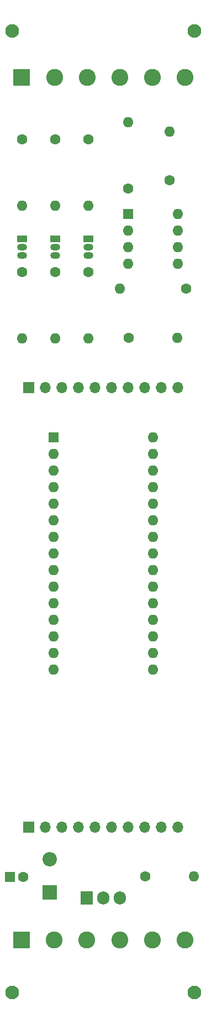
<source format=gts>
%TF.GenerationSoftware,KiCad,Pcbnew,(6.0.5-0)*%
%TF.CreationDate,2022-07-10T18:26:10-04:00*%
%TF.ProjectId,OBS,4f42532e-6b69-4636-9164-5f7063625858,rev?*%
%TF.SameCoordinates,Original*%
%TF.FileFunction,Soldermask,Top*%
%TF.FilePolarity,Negative*%
%FSLAX46Y46*%
G04 Gerber Fmt 4.6, Leading zero omitted, Abs format (unit mm)*
G04 Created by KiCad (PCBNEW (6.0.5-0)) date 2022-07-10 18:26:10*
%MOMM*%
%LPD*%
G01*
G04 APERTURE LIST*
%ADD10C,1.600000*%
%ADD11O,1.600000X1.600000*%
%ADD12R,1.500000X1.050000*%
%ADD13O,1.500000X1.050000*%
%ADD14C,2.100000*%
%ADD15R,2.200000X2.200000*%
%ADD16O,2.200000X2.200000*%
%ADD17R,1.700000X1.700000*%
%ADD18O,1.700000X1.700000*%
%ADD19R,1.600000X1.600000*%
%ADD20R,2.600000X2.600000*%
%ADD21C,2.600000*%
%ADD22R,1.905000X2.000000*%
%ADD23O,1.905000X2.000000*%
G04 APERTURE END LIST*
D10*
%TO.C,R5*%
X119610000Y-36890000D03*
D11*
X119610000Y-47050000D03*
%TD*%
D12*
%TO.C,Q1*%
X119610000Y-52130000D03*
D13*
X119610000Y-53400000D03*
X119610000Y-54670000D03*
%TD*%
D14*
%TO.C,REF\u002A\u002A*%
X135890000Y-167572744D03*
%TD*%
D15*
%TO.C,D5*%
X113665000Y-152182183D03*
D16*
X113665000Y-147102183D03*
%TD*%
D10*
%TO.C,R4*%
X109450000Y-36890000D03*
D11*
X109450000Y-47050000D03*
%TD*%
D17*
%TO.C,J4*%
X110490000Y-74905000D03*
D18*
X113030000Y-74905000D03*
X115570000Y-74905000D03*
X118110000Y-74905000D03*
X120650000Y-74905000D03*
X123190000Y-74905000D03*
X125730000Y-74905000D03*
X128270000Y-74905000D03*
X130810000Y-74905000D03*
X133350000Y-74905000D03*
%TD*%
D12*
%TO.C,Q2*%
X114530000Y-52130000D03*
D13*
X114530000Y-53400000D03*
X114530000Y-54670000D03*
%TD*%
D14*
%TO.C,REF\u002A\u002A*%
X107950000Y-167572744D03*
%TD*%
D10*
%TO.C,R1*%
X119610000Y-57210000D03*
D11*
X119610000Y-67370000D03*
%TD*%
D19*
%TO.C,C1*%
X107629888Y-149860000D03*
D10*
X109629888Y-149860000D03*
%TD*%
D20*
%TO.C,J1*%
X109410000Y-159452744D03*
D21*
X114410000Y-159452744D03*
X119410000Y-159452744D03*
X124410000Y-159452744D03*
X129410000Y-159452744D03*
X134410000Y-159452744D03*
%TD*%
D14*
%TO.C,REF\u002A\u002A*%
X135890000Y-20320000D03*
%TD*%
D19*
%TO.C,A2*%
X114300000Y-82550000D03*
D11*
X114300000Y-85090000D03*
X114300000Y-87630000D03*
X114300000Y-90170000D03*
X114300000Y-92710000D03*
X114300000Y-95250000D03*
X114300000Y-97790000D03*
X114300000Y-100330000D03*
X114300000Y-102870000D03*
X114300000Y-105410000D03*
X114300000Y-107950000D03*
X114300000Y-110490000D03*
X114300000Y-113030000D03*
X114300000Y-115570000D03*
X114300000Y-118110000D03*
X129540000Y-118110000D03*
X129540000Y-115570000D03*
X129540000Y-113030000D03*
X129540000Y-110490000D03*
X129540000Y-107950000D03*
X129540000Y-105410000D03*
X129540000Y-102870000D03*
X129540000Y-100330000D03*
X129540000Y-97790000D03*
X129540000Y-95250000D03*
X129540000Y-92710000D03*
X129540000Y-90170000D03*
X129540000Y-87630000D03*
X129540000Y-85090000D03*
X129540000Y-82550000D03*
%TD*%
D14*
%TO.C,REF\u002A\u002A*%
X107950000Y-20320000D03*
%TD*%
D17*
%TO.C,J3*%
X110520000Y-142215000D03*
D18*
X113060000Y-142215000D03*
X115600000Y-142215000D03*
X118140000Y-142215000D03*
X120680000Y-142215000D03*
X123220000Y-142215000D03*
X125760000Y-142215000D03*
X128300000Y-142215000D03*
X130840000Y-142215000D03*
X133380000Y-142215000D03*
%TD*%
D22*
%TO.C,A1*%
X119380000Y-153035000D03*
D23*
X121920000Y-153035000D03*
X124460000Y-153035000D03*
%TD*%
D10*
%TO.C,C3*%
X125790000Y-67310000D03*
D11*
X133290000Y-67310000D03*
%TD*%
D12*
%TO.C,Q3*%
X109450000Y-52130000D03*
D13*
X109450000Y-53400000D03*
X109450000Y-54670000D03*
%TD*%
D10*
%TO.C,C4*%
X132080000Y-43180000D03*
D11*
X132080000Y-35680000D03*
%TD*%
D10*
%TO.C,R3*%
X109450000Y-57210000D03*
D11*
X109450000Y-67370000D03*
%TD*%
D10*
%TO.C,R7*%
X134610000Y-59750000D03*
D11*
X124450000Y-59750000D03*
%TD*%
D10*
%TO.C,R8*%
X125730000Y-44450000D03*
D11*
X125730000Y-34290000D03*
%TD*%
D10*
%TO.C,C2*%
X128320000Y-149792744D03*
D11*
X135820000Y-149792744D03*
%TD*%
D20*
%TO.C,J2*%
X109420000Y-27440000D03*
D21*
X114420000Y-27440000D03*
X119420000Y-27440000D03*
X124420000Y-27440000D03*
X129420000Y-27440000D03*
X134420000Y-27440000D03*
%TD*%
D10*
%TO.C,R6*%
X114530000Y-36890000D03*
D11*
X114530000Y-47050000D03*
%TD*%
D19*
%TO.C,U3*%
X125730000Y-48290000D03*
D11*
X125730000Y-50830000D03*
X125730000Y-53370000D03*
X125730000Y-55910000D03*
X133350000Y-55910000D03*
X133350000Y-53370000D03*
X133350000Y-50830000D03*
X133350000Y-48290000D03*
%TD*%
D10*
%TO.C,R2*%
X114530000Y-57210000D03*
D11*
X114530000Y-67370000D03*
%TD*%
M02*

</source>
